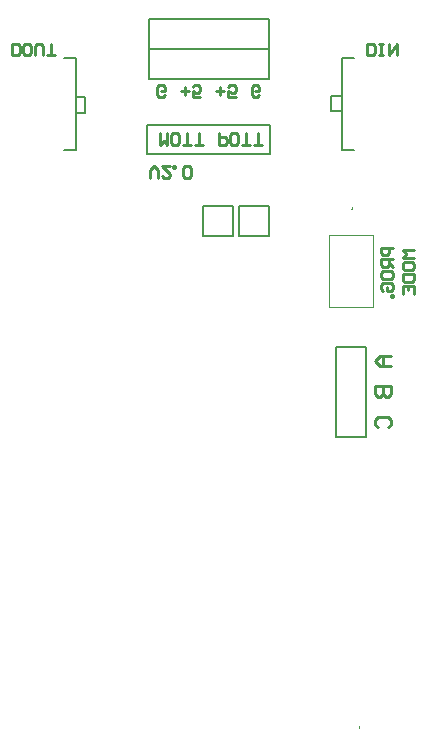
<source format=gbo>
G04*
G04 #@! TF.GenerationSoftware,Altium Limited,Altium Designer,20.0.9 (164)*
G04*
G04 Layer_Color=32896*
%FSLAX25Y25*%
%MOIN*%
G70*
G01*
G75*
%ADD11C,0.00787*%
%ADD12C,0.01000*%
%ADD64C,0.00394*%
D11*
X127165Y7087D02*
G03*
X127165Y7480I0J197D01*
G01*
D02*
G03*
X127165Y7087I0J-197D01*
G01*
D02*
G03*
X127165Y7480I0J197D01*
G01*
X124803Y179921D02*
G03*
X124803Y180315I0J197D01*
G01*
D02*
G03*
X124803Y179921I0J-197D01*
G01*
D02*
G03*
X124803Y180315I0J197D01*
G01*
X56459Y208171D02*
X97244D01*
X56459Y198328D02*
X97244D01*
Y208171D01*
X56459Y205808D02*
Y208171D01*
Y198328D02*
Y208171D01*
X35827Y212205D02*
Y217323D01*
X32677D02*
X35827D01*
X32677Y212205D02*
X35827D01*
X32677Y200787D02*
Y212205D01*
Y217323D02*
Y229134D01*
Y212205D02*
Y217323D01*
Y229134D02*
Y230315D01*
X28740Y230315D02*
X32677Y230315D01*
Y199606D02*
Y200787D01*
X28740Y199606D02*
X32677Y199606D01*
X121260Y199606D02*
Y200787D01*
Y199606D02*
X125197D01*
X121260Y230315D02*
X125197D01*
X121260Y229134D02*
Y230315D01*
X119409Y134134D02*
X129409D01*
X119409Y104134D02*
X119409Y134134D01*
X119409Y104134D02*
X129409D01*
X129409Y134134D02*
X129409Y104134D01*
X96890Y223346D02*
Y233347D01*
X56890D02*
X96890D01*
X56890Y223346D02*
X96890D01*
X56890D02*
Y233347D01*
X96890Y233583D02*
Y243583D01*
X56890D02*
X96890D01*
X56890Y233583D02*
X96890D01*
X56890D02*
Y243583D01*
X121260Y212598D02*
Y217717D01*
Y200787D02*
Y212598D01*
Y217717D02*
Y229134D01*
X117717Y217717D02*
X121260D01*
X117717Y212598D02*
X121260D01*
X117717D02*
Y217717D01*
X74921Y180984D02*
X84921D01*
X74921Y170984D02*
Y180984D01*
Y170984D02*
X84921D01*
Y180984D01*
X87126D02*
X97126D01*
X87126Y170984D02*
Y180984D01*
Y170984D02*
X97126D01*
Y180984D01*
D12*
X62341Y218161D02*
X61685Y217505D01*
X60373D01*
X59717Y218161D01*
Y220785D01*
X60373Y221441D01*
X61685D01*
X62341Y220785D01*
Y219473D01*
X61029D01*
X67588D02*
X70212D01*
X68900Y218161D02*
Y220785D01*
X74148Y217505D02*
X71524D01*
Y219473D01*
X72836Y218817D01*
X73492D01*
X74148Y219473D01*
Y220785D01*
X73492Y221441D01*
X72180D01*
X71524Y220785D01*
X79396Y219473D02*
X82019D01*
X80707Y218161D02*
Y220785D01*
X85955Y217505D02*
X83331D01*
Y219473D01*
X84643Y218817D01*
X85299D01*
X85955Y219473D01*
Y220785D01*
X85299Y221441D01*
X83987D01*
X83331Y220785D01*
X93827Y218161D02*
X93171Y217505D01*
X91859D01*
X91203Y218161D01*
Y220785D01*
X91859Y221441D01*
X93171D01*
X93827Y220785D01*
Y219473D01*
X92515D01*
X138334Y167255D02*
X134398D01*
Y165287D01*
X135054Y164631D01*
X136366D01*
X137022Y165287D01*
Y167255D01*
X138334Y163319D02*
X134398D01*
Y161351D01*
X135054Y160695D01*
X136366D01*
X137022Y161351D01*
Y163319D01*
Y162007D02*
X138334Y160695D01*
X134398Y157415D02*
Y158727D01*
X135054Y159383D01*
X137678D01*
X138334Y158727D01*
Y157415D01*
X137678Y156759D01*
X135054D01*
X134398Y157415D01*
X135054Y152823D02*
X134398Y153480D01*
Y154791D01*
X135054Y155447D01*
X137678D01*
X138334Y154791D01*
Y153480D01*
X137678Y152823D01*
X136366D01*
Y154135D01*
X138334Y151512D02*
X137678D01*
Y150856D01*
X138334D01*
Y151512D01*
X145457Y166271D02*
X141521D01*
X142833Y164959D01*
X141521Y163647D01*
X145457D01*
X141521Y160367D02*
Y161679D01*
X142177Y162335D01*
X144801D01*
X145457Y161679D01*
Y160367D01*
X144801Y159711D01*
X142177D01*
X141521Y160367D01*
Y158399D02*
X145457D01*
Y156431D01*
X144801Y155775D01*
X142177D01*
X141521Y156431D01*
Y158399D01*
Y151840D02*
Y154463D01*
X145457D01*
Y151840D01*
X143489Y154463D02*
Y153152D01*
X60559Y205299D02*
Y201363D01*
X61871Y202675D01*
X63183Y201363D01*
Y205299D01*
X66463Y201363D02*
X65151D01*
X64495Y202019D01*
Y204643D01*
X65151Y205299D01*
X66463D01*
X67119Y204643D01*
Y202019D01*
X66463Y201363D01*
X68431D02*
X71055D01*
X69743D01*
Y205299D01*
X72367Y201363D02*
X74991D01*
X73679D01*
Y205299D01*
X80238D02*
Y201363D01*
X82206D01*
X82862Y202019D01*
Y203331D01*
X82206Y203987D01*
X80238D01*
X86142Y201363D02*
X84830D01*
X84174Y202019D01*
Y204643D01*
X84830Y205299D01*
X86142D01*
X86798Y204643D01*
Y202019D01*
X86142Y201363D01*
X88110D02*
X90733D01*
X89422D01*
Y205299D01*
X92045Y201363D02*
X94669D01*
X93357D01*
Y205299D01*
X57299Y190340D02*
Y192964D01*
X58611Y194276D01*
X59923Y192964D01*
Y190340D01*
X63859Y194276D02*
X61235D01*
X63859Y191652D01*
Y190996D01*
X63203Y190340D01*
X61891D01*
X61235Y190996D01*
X65171Y194276D02*
Y193620D01*
X65827D01*
Y194276D01*
X65171D01*
X68450Y190996D02*
X69106Y190340D01*
X70418D01*
X71074Y190996D01*
Y193620D01*
X70418Y194276D01*
X69106D01*
X68450Y193620D01*
Y190996D01*
X137583Y131176D02*
X134172D01*
X132466Y129471D01*
X134172Y127765D01*
X137583D01*
X135024D01*
Y131176D01*
X132466Y120943D02*
X137583D01*
Y118385D01*
X136730Y117532D01*
X135877D01*
X135024Y118385D01*
Y120943D01*
Y118385D01*
X134172Y117532D01*
X133319D01*
X132466Y118385D01*
Y120943D01*
X133319Y107299D02*
X132466Y108152D01*
Y109857D01*
X133319Y110710D01*
X136730D01*
X137583Y109857D01*
Y108152D01*
X136730Y107299D01*
X11236Y231285D02*
Y235220D01*
X13204D01*
X13860Y234564D01*
Y231941D01*
X13204Y231285D01*
X11236D01*
X17140D02*
X15828D01*
X15172Y231941D01*
Y234564D01*
X15828Y235220D01*
X17140D01*
X17796Y234564D01*
Y231941D01*
X17140Y231285D01*
X19108D02*
Y234564D01*
X19764Y235220D01*
X21076D01*
X21732Y234564D01*
Y231285D01*
X23043D02*
X25667D01*
X24355D01*
Y235220D01*
X129740Y231285D02*
Y235220D01*
X131708D01*
X132364Y234564D01*
Y231941D01*
X131708Y231285D01*
X129740D01*
X133676D02*
X134988D01*
X134332D01*
Y235220D01*
X133676D01*
X134988D01*
X136956D02*
Y231285D01*
X139579Y235220D01*
Y231285D01*
D64*
X117126Y147441D02*
Y171457D01*
Y147441D02*
X131693D01*
Y171457D01*
X117126D02*
X131693D01*
M02*

</source>
